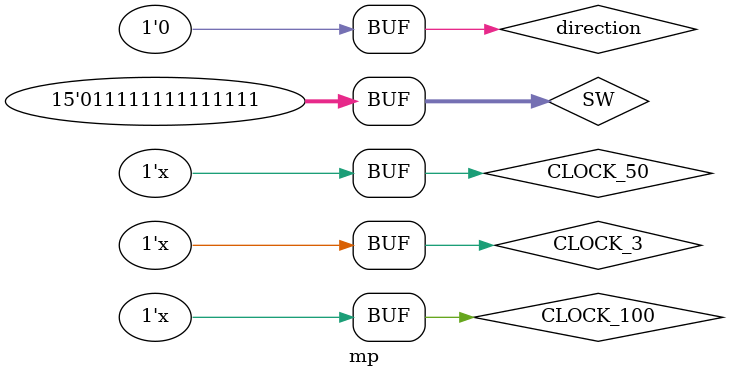
<source format=v>
`timescale 1 ns / 100 ps
module mp();

reg CLOCK_50;
reg CLOCK_100;
reg CLOCK_3;
always #10 CLOCK_50 = ~CLOCK_50;
always #5 CLOCK_100 = ~CLOCK_100;
always #166666.6 CLOCK_3 = ~CLOCK_3;

initial
begin
	CLOCK_100 = 1;
	CLOCK_50 = 1;
	CLOCK_3 = 1;
end
//######## DUT AREA ###########
//######## DUT AREA ###########
reg direction;
wire uart_tx;
wire pwm;
reg [14:0]SW;
//wire [13:0]signal_dc;
initial
begin
	direction = 1;
	SW = 0;
	#5 SW[14] = 1;
	#100 SW = 15'b1111_1111_1111_111;
	#5 SW = 0;
	#5 SW = 15'b0111_1111_1111_111;
	#1000 direction = 0;
	#1000 direction = 1;
	#2000 direction = 0;
	#1000 direction = 0;
end

MOTOR DUT_MOTOR(
	.CLK(CLOCK_3),
	.direction(direction),
	.oA(oA),
	.oB(oB)
); 


	//wire [2:0]stateTX;
	//.state_TX_0(stateTX),
	//.signal_dc(signal_dc)

wire [2:0]state_pid;
TOP DUTTOP(
	.i_Clk(CLOCK_50),
	.o_UART_TX(uart_tx),
	.LEDG(),
	.GPIO_AB({oA,oB}), // GPIO_AB[0] = A, GPIO_AB[1] = B
	.GPIO_PWM(pwm),
	.SW(SW),
	.state_pid(state_pid)
);
 
//reg ce;

	///////////////////////////////////
	////////// PID CONTROL ////////////
	///////////////////////////////////
	

/*
module mp(
	input [15:0]audio_inR,
	output toggle_w,
	input CLOCK_50
);
reg toggle;
reg [15:0]audio_inR_previous;
assign toggle_w = toggle;

always@(posedge CLOCK_50)
begin
	audio_inR_previous <= audio_inR;
	
	if(audio_inR != audio_inR_previous)
	begin
		toggle <= ~toggle;
	end
	else
		toggle <= toggle;
end
	


endmodule
*/


////////////////////////////////////
///////////STATE MACHINE DEBUG/////
////////////////////////////////////

parameter	WAIT_TIME = 3'd0,
			CALCULATE_PWM_0 = 3'd1,
			CALCULATE_PWM_1 = 3'd2,
			CALCULATE_PWM_2 = 3'd3,
			CALCULATE_PWM_3 = 3'd4,
			CALCULATE_PWM_4 = 3'd5,
			CALCULATE_PWM_5 = 3'd6,
			LIMIT_CHECK = 3'd7;

reg [13*8-1:0] next_state;				 
always@(state_pid) begin 
    case(state_pid) 
		WAIT_TIME		: next_state 		= "WAIT_TIME";
		CALCULATE_PWM_0	: next_state 		= "CALCULATE_PWM_0";
		CALCULATE_PWM_1	: next_state 		= "CALCULATE_PWM_1";
		CALCULATE_PWM_2	: next_state 		= "CALCULATE_PWM_2";
		CALCULATE_PWM_3	: next_state		= "CALCULATE_PWM_3";		 
		CALCULATE_PWM_4	: next_state		= "CALCULATE_PWM_4";
		CALCULATE_PWM_5	: next_state		= "CALCULATE_PWM_5";
		LIMIT_CHECK	: next_state			= "LIMIT_CHECK";
		default			: next_state 		= "UNKNOWN";
     endcase
 end
 
endmodule

</source>
